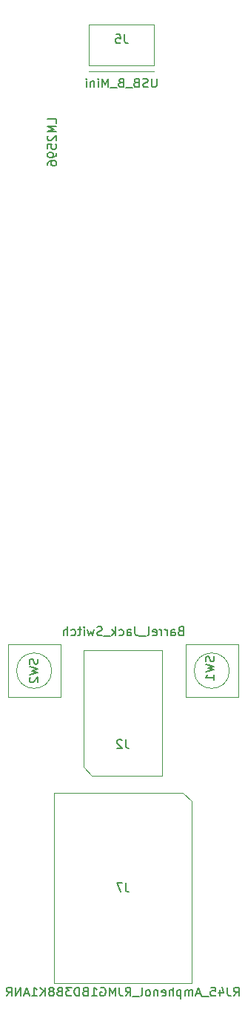
<source format=gbr>
%TF.GenerationSoftware,KiCad,Pcbnew,6.0.6-3a73a75311~116~ubuntu20.04.1*%
%TF.CreationDate,2022-07-20T09:27:06+02:00*%
%TF.ProjectId,MCH-light,4d43482d-6c69-4676-9874-2e6b69636164,rev?*%
%TF.SameCoordinates,Original*%
%TF.FileFunction,AssemblyDrawing,Bot*%
%FSLAX46Y46*%
G04 Gerber Fmt 4.6, Leading zero omitted, Abs format (unit mm)*
G04 Created by KiCad (PCBNEW 6.0.6-3a73a75311~116~ubuntu20.04.1) date 2022-07-20 09:27:06*
%MOMM*%
%LPD*%
G01*
G04 APERTURE LIST*
%ADD10C,0.150000*%
%ADD11C,0.100000*%
G04 APERTURE END LIST*
D10*
%TO.C,J7*%
X142645476Y-130682380D02*
X142978809Y-130206190D01*
X143216904Y-130682380D02*
X143216904Y-129682380D01*
X142835952Y-129682380D01*
X142740714Y-129730000D01*
X142693095Y-129777619D01*
X142645476Y-129872857D01*
X142645476Y-130015714D01*
X142693095Y-130110952D01*
X142740714Y-130158571D01*
X142835952Y-130206190D01*
X143216904Y-130206190D01*
X141931190Y-129682380D02*
X141931190Y-130396666D01*
X141978809Y-130539523D01*
X142074047Y-130634761D01*
X142216904Y-130682380D01*
X142312142Y-130682380D01*
X141026428Y-130015714D02*
X141026428Y-130682380D01*
X141264523Y-129634761D02*
X141502619Y-130349047D01*
X140883571Y-130349047D01*
X140026428Y-129682380D02*
X140502619Y-129682380D01*
X140550238Y-130158571D01*
X140502619Y-130110952D01*
X140407380Y-130063333D01*
X140169285Y-130063333D01*
X140074047Y-130110952D01*
X140026428Y-130158571D01*
X139978809Y-130253809D01*
X139978809Y-130491904D01*
X140026428Y-130587142D01*
X140074047Y-130634761D01*
X140169285Y-130682380D01*
X140407380Y-130682380D01*
X140502619Y-130634761D01*
X140550238Y-130587142D01*
X139788333Y-130777619D02*
X139026428Y-130777619D01*
X138835952Y-130396666D02*
X138359761Y-130396666D01*
X138931190Y-130682380D02*
X138597857Y-129682380D01*
X138264523Y-130682380D01*
X137931190Y-130682380D02*
X137931190Y-130015714D01*
X137931190Y-130110952D02*
X137883571Y-130063333D01*
X137788333Y-130015714D01*
X137645476Y-130015714D01*
X137550238Y-130063333D01*
X137502619Y-130158571D01*
X137502619Y-130682380D01*
X137502619Y-130158571D02*
X137455000Y-130063333D01*
X137359761Y-130015714D01*
X137216904Y-130015714D01*
X137121666Y-130063333D01*
X137074047Y-130158571D01*
X137074047Y-130682380D01*
X136597857Y-130015714D02*
X136597857Y-131015714D01*
X136597857Y-130063333D02*
X136502619Y-130015714D01*
X136312142Y-130015714D01*
X136216904Y-130063333D01*
X136169285Y-130110952D01*
X136121666Y-130206190D01*
X136121666Y-130491904D01*
X136169285Y-130587142D01*
X136216904Y-130634761D01*
X136312142Y-130682380D01*
X136502619Y-130682380D01*
X136597857Y-130634761D01*
X135693095Y-130682380D02*
X135693095Y-129682380D01*
X135264523Y-130682380D02*
X135264523Y-130158571D01*
X135312142Y-130063333D01*
X135407380Y-130015714D01*
X135550238Y-130015714D01*
X135645476Y-130063333D01*
X135693095Y-130110952D01*
X134407380Y-130634761D02*
X134502619Y-130682380D01*
X134693095Y-130682380D01*
X134788333Y-130634761D01*
X134835952Y-130539523D01*
X134835952Y-130158571D01*
X134788333Y-130063333D01*
X134693095Y-130015714D01*
X134502619Y-130015714D01*
X134407380Y-130063333D01*
X134359761Y-130158571D01*
X134359761Y-130253809D01*
X134835952Y-130349047D01*
X133931190Y-130015714D02*
X133931190Y-130682380D01*
X133931190Y-130110952D02*
X133883571Y-130063333D01*
X133788333Y-130015714D01*
X133645476Y-130015714D01*
X133550238Y-130063333D01*
X133502619Y-130158571D01*
X133502619Y-130682380D01*
X132883571Y-130682380D02*
X132978809Y-130634761D01*
X133026428Y-130587142D01*
X133074047Y-130491904D01*
X133074047Y-130206190D01*
X133026428Y-130110952D01*
X132978809Y-130063333D01*
X132883571Y-130015714D01*
X132740714Y-130015714D01*
X132645476Y-130063333D01*
X132597857Y-130110952D01*
X132550238Y-130206190D01*
X132550238Y-130491904D01*
X132597857Y-130587142D01*
X132645476Y-130634761D01*
X132740714Y-130682380D01*
X132883571Y-130682380D01*
X131978809Y-130682380D02*
X132074047Y-130634761D01*
X132121666Y-130539523D01*
X132121666Y-129682380D01*
X131835952Y-130777619D02*
X131074047Y-130777619D01*
X130264523Y-130682380D02*
X130597857Y-130206190D01*
X130835952Y-130682380D02*
X130835952Y-129682380D01*
X130455000Y-129682380D01*
X130359761Y-129730000D01*
X130312142Y-129777619D01*
X130264523Y-129872857D01*
X130264523Y-130015714D01*
X130312142Y-130110952D01*
X130359761Y-130158571D01*
X130455000Y-130206190D01*
X130835952Y-130206190D01*
X129550238Y-129682380D02*
X129550238Y-130396666D01*
X129597857Y-130539523D01*
X129693095Y-130634761D01*
X129835952Y-130682380D01*
X129931190Y-130682380D01*
X129074047Y-130682380D02*
X129074047Y-129682380D01*
X128740714Y-130396666D01*
X128407380Y-129682380D01*
X128407380Y-130682380D01*
X127407380Y-129730000D02*
X127502619Y-129682380D01*
X127645476Y-129682380D01*
X127788333Y-129730000D01*
X127883571Y-129825238D01*
X127931190Y-129920476D01*
X127978809Y-130110952D01*
X127978809Y-130253809D01*
X127931190Y-130444285D01*
X127883571Y-130539523D01*
X127788333Y-130634761D01*
X127645476Y-130682380D01*
X127550238Y-130682380D01*
X127407380Y-130634761D01*
X127359761Y-130587142D01*
X127359761Y-130253809D01*
X127550238Y-130253809D01*
X126407380Y-130682380D02*
X126978809Y-130682380D01*
X126693095Y-130682380D02*
X126693095Y-129682380D01*
X126788333Y-129825238D01*
X126883571Y-129920476D01*
X126978809Y-129968095D01*
X125645476Y-130158571D02*
X125502619Y-130206190D01*
X125455000Y-130253809D01*
X125407380Y-130349047D01*
X125407380Y-130491904D01*
X125455000Y-130587142D01*
X125502619Y-130634761D01*
X125597857Y-130682380D01*
X125978809Y-130682380D01*
X125978809Y-129682380D01*
X125645476Y-129682380D01*
X125550238Y-129730000D01*
X125502619Y-129777619D01*
X125455000Y-129872857D01*
X125455000Y-129968095D01*
X125502619Y-130063333D01*
X125550238Y-130110952D01*
X125645476Y-130158571D01*
X125978809Y-130158571D01*
X124978809Y-130682380D02*
X124978809Y-129682380D01*
X124740714Y-129682380D01*
X124597857Y-129730000D01*
X124502619Y-129825238D01*
X124455000Y-129920476D01*
X124407380Y-130110952D01*
X124407380Y-130253809D01*
X124455000Y-130444285D01*
X124502619Y-130539523D01*
X124597857Y-130634761D01*
X124740714Y-130682380D01*
X124978809Y-130682380D01*
X124074047Y-129682380D02*
X123455000Y-129682380D01*
X123788333Y-130063333D01*
X123645476Y-130063333D01*
X123550238Y-130110952D01*
X123502619Y-130158571D01*
X123455000Y-130253809D01*
X123455000Y-130491904D01*
X123502619Y-130587142D01*
X123550238Y-130634761D01*
X123645476Y-130682380D01*
X123931190Y-130682380D01*
X124026428Y-130634761D01*
X124074047Y-130587142D01*
X122693095Y-130158571D02*
X122550238Y-130206190D01*
X122502619Y-130253809D01*
X122455000Y-130349047D01*
X122455000Y-130491904D01*
X122502619Y-130587142D01*
X122550238Y-130634761D01*
X122645476Y-130682380D01*
X123026428Y-130682380D01*
X123026428Y-129682380D01*
X122693095Y-129682380D01*
X122597857Y-129730000D01*
X122550238Y-129777619D01*
X122502619Y-129872857D01*
X122502619Y-129968095D01*
X122550238Y-130063333D01*
X122597857Y-130110952D01*
X122693095Y-130158571D01*
X123026428Y-130158571D01*
X121883571Y-130110952D02*
X121978809Y-130063333D01*
X122026428Y-130015714D01*
X122074047Y-129920476D01*
X122074047Y-129872857D01*
X122026428Y-129777619D01*
X121978809Y-129730000D01*
X121883571Y-129682380D01*
X121693095Y-129682380D01*
X121597857Y-129730000D01*
X121550238Y-129777619D01*
X121502619Y-129872857D01*
X121502619Y-129920476D01*
X121550238Y-130015714D01*
X121597857Y-130063333D01*
X121693095Y-130110952D01*
X121883571Y-130110952D01*
X121978809Y-130158571D01*
X122026428Y-130206190D01*
X122074047Y-130301428D01*
X122074047Y-130491904D01*
X122026428Y-130587142D01*
X121978809Y-130634761D01*
X121883571Y-130682380D01*
X121693095Y-130682380D01*
X121597857Y-130634761D01*
X121550238Y-130587142D01*
X121502619Y-130491904D01*
X121502619Y-130301428D01*
X121550238Y-130206190D01*
X121597857Y-130158571D01*
X121693095Y-130110952D01*
X121074047Y-130682380D02*
X121074047Y-129682380D01*
X120502619Y-130682380D02*
X120931190Y-130110952D01*
X120502619Y-129682380D02*
X121074047Y-130253809D01*
X119550238Y-130682380D02*
X120121666Y-130682380D01*
X119835952Y-130682380D02*
X119835952Y-129682380D01*
X119931190Y-129825238D01*
X120026428Y-129920476D01*
X120121666Y-129968095D01*
X119169285Y-130396666D02*
X118693095Y-130396666D01*
X119264523Y-130682380D02*
X118931190Y-129682380D01*
X118597857Y-130682380D01*
X118264523Y-130682380D02*
X118264523Y-129682380D01*
X117693095Y-130682380D01*
X117693095Y-129682380D01*
X116645476Y-130682380D02*
X116978809Y-130206190D01*
X117216904Y-130682380D02*
X117216904Y-129682380D01*
X116835952Y-129682380D01*
X116740714Y-129730000D01*
X116693095Y-129777619D01*
X116645476Y-129872857D01*
X116645476Y-130015714D01*
X116693095Y-130110952D01*
X116740714Y-130158571D01*
X116835952Y-130206190D01*
X117216904Y-130206190D01*
X130288333Y-117822380D02*
X130288333Y-118536666D01*
X130335952Y-118679523D01*
X130431190Y-118774761D01*
X130574047Y-118822380D01*
X130669285Y-118822380D01*
X129907380Y-117822380D02*
X129240714Y-117822380D01*
X129669285Y-118822380D01*
%TO.C,J2*%
X136571809Y-89082571D02*
X136428952Y-89130190D01*
X136381333Y-89177809D01*
X136333714Y-89273047D01*
X136333714Y-89415904D01*
X136381333Y-89511142D01*
X136428952Y-89558761D01*
X136524190Y-89606380D01*
X136905142Y-89606380D01*
X136905142Y-88606380D01*
X136571809Y-88606380D01*
X136476571Y-88654000D01*
X136428952Y-88701619D01*
X136381333Y-88796857D01*
X136381333Y-88892095D01*
X136428952Y-88987333D01*
X136476571Y-89034952D01*
X136571809Y-89082571D01*
X136905142Y-89082571D01*
X135476571Y-89606380D02*
X135476571Y-89082571D01*
X135524190Y-88987333D01*
X135619428Y-88939714D01*
X135809904Y-88939714D01*
X135905142Y-88987333D01*
X135476571Y-89558761D02*
X135571809Y-89606380D01*
X135809904Y-89606380D01*
X135905142Y-89558761D01*
X135952761Y-89463523D01*
X135952761Y-89368285D01*
X135905142Y-89273047D01*
X135809904Y-89225428D01*
X135571809Y-89225428D01*
X135476571Y-89177809D01*
X135000380Y-89606380D02*
X135000380Y-88939714D01*
X135000380Y-89130190D02*
X134952761Y-89034952D01*
X134905142Y-88987333D01*
X134809904Y-88939714D01*
X134714666Y-88939714D01*
X134381333Y-89606380D02*
X134381333Y-88939714D01*
X134381333Y-89130190D02*
X134333714Y-89034952D01*
X134286095Y-88987333D01*
X134190857Y-88939714D01*
X134095619Y-88939714D01*
X133381333Y-89558761D02*
X133476571Y-89606380D01*
X133667047Y-89606380D01*
X133762285Y-89558761D01*
X133809904Y-89463523D01*
X133809904Y-89082571D01*
X133762285Y-88987333D01*
X133667047Y-88939714D01*
X133476571Y-88939714D01*
X133381333Y-88987333D01*
X133333714Y-89082571D01*
X133333714Y-89177809D01*
X133809904Y-89273047D01*
X132762285Y-89606380D02*
X132857523Y-89558761D01*
X132905142Y-89463523D01*
X132905142Y-88606380D01*
X132619428Y-89701619D02*
X131857523Y-89701619D01*
X131333714Y-88606380D02*
X131333714Y-89320666D01*
X131381333Y-89463523D01*
X131476571Y-89558761D01*
X131619428Y-89606380D01*
X131714666Y-89606380D01*
X130428952Y-89606380D02*
X130428952Y-89082571D01*
X130476571Y-88987333D01*
X130571809Y-88939714D01*
X130762285Y-88939714D01*
X130857523Y-88987333D01*
X130428952Y-89558761D02*
X130524190Y-89606380D01*
X130762285Y-89606380D01*
X130857523Y-89558761D01*
X130905142Y-89463523D01*
X130905142Y-89368285D01*
X130857523Y-89273047D01*
X130762285Y-89225428D01*
X130524190Y-89225428D01*
X130428952Y-89177809D01*
X129524190Y-89558761D02*
X129619428Y-89606380D01*
X129809904Y-89606380D01*
X129905142Y-89558761D01*
X129952761Y-89511142D01*
X130000380Y-89415904D01*
X130000380Y-89130190D01*
X129952761Y-89034952D01*
X129905142Y-88987333D01*
X129809904Y-88939714D01*
X129619428Y-88939714D01*
X129524190Y-88987333D01*
X129095619Y-89606380D02*
X129095619Y-88606380D01*
X129000380Y-89225428D02*
X128714666Y-89606380D01*
X128714666Y-88939714D02*
X129095619Y-89320666D01*
X128524190Y-89701619D02*
X127762285Y-89701619D01*
X127571809Y-89558761D02*
X127428952Y-89606380D01*
X127190857Y-89606380D01*
X127095619Y-89558761D01*
X127048000Y-89511142D01*
X127000380Y-89415904D01*
X127000380Y-89320666D01*
X127048000Y-89225428D01*
X127095619Y-89177809D01*
X127190857Y-89130190D01*
X127381333Y-89082571D01*
X127476571Y-89034952D01*
X127524190Y-88987333D01*
X127571809Y-88892095D01*
X127571809Y-88796857D01*
X127524190Y-88701619D01*
X127476571Y-88654000D01*
X127381333Y-88606380D01*
X127143238Y-88606380D01*
X127000380Y-88654000D01*
X126667047Y-88939714D02*
X126476571Y-89606380D01*
X126286095Y-89130190D01*
X126095619Y-89606380D01*
X125905142Y-88939714D01*
X125524190Y-89606380D02*
X125524190Y-88939714D01*
X125524190Y-88606380D02*
X125571809Y-88654000D01*
X125524190Y-88701619D01*
X125476571Y-88654000D01*
X125524190Y-88606380D01*
X125524190Y-88701619D01*
X125190857Y-88939714D02*
X124809904Y-88939714D01*
X125048000Y-88606380D02*
X125048000Y-89463523D01*
X125000380Y-89558761D01*
X124905142Y-89606380D01*
X124809904Y-89606380D01*
X124048000Y-89558761D02*
X124143238Y-89606380D01*
X124333714Y-89606380D01*
X124428952Y-89558761D01*
X124476571Y-89511142D01*
X124524190Y-89415904D01*
X124524190Y-89130190D01*
X124476571Y-89034952D01*
X124428952Y-88987333D01*
X124333714Y-88939714D01*
X124143238Y-88939714D01*
X124048000Y-88987333D01*
X123619428Y-89606380D02*
X123619428Y-88606380D01*
X123190857Y-89606380D02*
X123190857Y-89082571D01*
X123238476Y-88987333D01*
X123333714Y-88939714D01*
X123476571Y-88939714D01*
X123571809Y-88987333D01*
X123619428Y-89034952D01*
X130269333Y-101443397D02*
X130269333Y-102157683D01*
X130316952Y-102300540D01*
X130412190Y-102395778D01*
X130555047Y-102443397D01*
X130650285Y-102443397D01*
X129840761Y-101538636D02*
X129793142Y-101491017D01*
X129697904Y-101443397D01*
X129459809Y-101443397D01*
X129364571Y-101491017D01*
X129316952Y-101538636D01*
X129269333Y-101633874D01*
X129269333Y-101729112D01*
X129316952Y-101871969D01*
X129888380Y-102443397D01*
X129269333Y-102443397D01*
%TO.C,U6*%
X122348380Y-31225333D02*
X122348380Y-30749142D01*
X121348380Y-30749142D01*
X122348380Y-31558666D02*
X121348380Y-31558666D01*
X122062666Y-31892000D01*
X121348380Y-32225333D01*
X122348380Y-32225333D01*
X121443619Y-32653904D02*
X121396000Y-32701523D01*
X121348380Y-32796761D01*
X121348380Y-33034857D01*
X121396000Y-33130095D01*
X121443619Y-33177714D01*
X121538857Y-33225333D01*
X121634095Y-33225333D01*
X121776952Y-33177714D01*
X122348380Y-32606285D01*
X122348380Y-33225333D01*
X121348380Y-34130095D02*
X121348380Y-33653904D01*
X121824571Y-33606285D01*
X121776952Y-33653904D01*
X121729333Y-33749142D01*
X121729333Y-33987238D01*
X121776952Y-34082476D01*
X121824571Y-34130095D01*
X121919809Y-34177714D01*
X122157904Y-34177714D01*
X122253142Y-34130095D01*
X122300761Y-34082476D01*
X122348380Y-33987238D01*
X122348380Y-33749142D01*
X122300761Y-33653904D01*
X122253142Y-33606285D01*
X122348380Y-34653904D02*
X122348380Y-34844380D01*
X122300761Y-34939619D01*
X122253142Y-34987238D01*
X122110285Y-35082476D01*
X121919809Y-35130095D01*
X121538857Y-35130095D01*
X121443619Y-35082476D01*
X121396000Y-35034857D01*
X121348380Y-34939619D01*
X121348380Y-34749142D01*
X121396000Y-34653904D01*
X121443619Y-34606285D01*
X121538857Y-34558666D01*
X121776952Y-34558666D01*
X121872190Y-34606285D01*
X121919809Y-34653904D01*
X121967428Y-34749142D01*
X121967428Y-34939619D01*
X121919809Y-35034857D01*
X121872190Y-35082476D01*
X121776952Y-35130095D01*
X121348380Y-35987238D02*
X121348380Y-35796761D01*
X121396000Y-35701523D01*
X121443619Y-35653904D01*
X121586476Y-35558666D01*
X121776952Y-35511047D01*
X122157904Y-35511047D01*
X122253142Y-35558666D01*
X122300761Y-35606285D01*
X122348380Y-35701523D01*
X122348380Y-35892000D01*
X122300761Y-35987238D01*
X122253142Y-36034857D01*
X122157904Y-36082476D01*
X121919809Y-36082476D01*
X121824571Y-36034857D01*
X121776952Y-35987238D01*
X121729333Y-35892000D01*
X121729333Y-35701523D01*
X121776952Y-35606285D01*
X121824571Y-35558666D01*
X121919809Y-35511047D01*
%TO.C,SW1*%
X140358761Y-91993683D02*
X140406380Y-92136540D01*
X140406380Y-92374636D01*
X140358761Y-92469874D01*
X140311142Y-92517493D01*
X140215904Y-92565112D01*
X140120666Y-92565112D01*
X140025428Y-92517493D01*
X139977809Y-92469874D01*
X139930190Y-92374636D01*
X139882571Y-92184159D01*
X139834952Y-92088921D01*
X139787333Y-92041302D01*
X139692095Y-91993683D01*
X139596857Y-91993683D01*
X139501619Y-92041302D01*
X139454000Y-92088921D01*
X139406380Y-92184159D01*
X139406380Y-92422255D01*
X139454000Y-92565112D01*
X139406380Y-92898445D02*
X140406380Y-93136540D01*
X139692095Y-93327017D01*
X140406380Y-93517493D01*
X139406380Y-93755588D01*
X140406380Y-94660350D02*
X140406380Y-94088921D01*
X140406380Y-94374636D02*
X139406380Y-94374636D01*
X139549238Y-94279397D01*
X139644476Y-94184159D01*
X139692095Y-94088921D01*
%TO.C,SW2*%
X120208761Y-92279683D02*
X120256380Y-92422540D01*
X120256380Y-92660636D01*
X120208761Y-92755874D01*
X120161142Y-92803493D01*
X120065904Y-92851112D01*
X119970666Y-92851112D01*
X119875428Y-92803493D01*
X119827809Y-92755874D01*
X119780190Y-92660636D01*
X119732571Y-92470159D01*
X119684952Y-92374921D01*
X119637333Y-92327302D01*
X119542095Y-92279683D01*
X119446857Y-92279683D01*
X119351619Y-92327302D01*
X119304000Y-92374921D01*
X119256380Y-92470159D01*
X119256380Y-92708255D01*
X119304000Y-92851112D01*
X119256380Y-93184445D02*
X120256380Y-93422540D01*
X119542095Y-93613017D01*
X120256380Y-93803493D01*
X119256380Y-94041588D01*
X119351619Y-94374921D02*
X119304000Y-94422540D01*
X119256380Y-94517778D01*
X119256380Y-94755874D01*
X119304000Y-94851112D01*
X119351619Y-94898731D01*
X119446857Y-94946350D01*
X119542095Y-94946350D01*
X119684952Y-94898731D01*
X120256380Y-94327302D01*
X120256380Y-94946350D01*
%TO.C,J5*%
X133817809Y-26133397D02*
X133817809Y-26942921D01*
X133770190Y-27038159D01*
X133722571Y-27085778D01*
X133627333Y-27133397D01*
X133436857Y-27133397D01*
X133341619Y-27085778D01*
X133294000Y-27038159D01*
X133246380Y-26942921D01*
X133246380Y-26133397D01*
X132817809Y-27085778D02*
X132674952Y-27133397D01*
X132436857Y-27133397D01*
X132341619Y-27085778D01*
X132294000Y-27038159D01*
X132246380Y-26942921D01*
X132246380Y-26847683D01*
X132294000Y-26752445D01*
X132341619Y-26704826D01*
X132436857Y-26657207D01*
X132627333Y-26609588D01*
X132722571Y-26561969D01*
X132770190Y-26514350D01*
X132817809Y-26419112D01*
X132817809Y-26323874D01*
X132770190Y-26228636D01*
X132722571Y-26181017D01*
X132627333Y-26133397D01*
X132389238Y-26133397D01*
X132246380Y-26181017D01*
X131484476Y-26609588D02*
X131341619Y-26657207D01*
X131294000Y-26704826D01*
X131246380Y-26800064D01*
X131246380Y-26942921D01*
X131294000Y-27038159D01*
X131341619Y-27085778D01*
X131436857Y-27133397D01*
X131817809Y-27133397D01*
X131817809Y-26133397D01*
X131484476Y-26133397D01*
X131389238Y-26181017D01*
X131341619Y-26228636D01*
X131294000Y-26323874D01*
X131294000Y-26419112D01*
X131341619Y-26514350D01*
X131389238Y-26561969D01*
X131484476Y-26609588D01*
X131817809Y-26609588D01*
X131055904Y-27228636D02*
X130294000Y-27228636D01*
X129722571Y-26609588D02*
X129579714Y-26657207D01*
X129532095Y-26704826D01*
X129484476Y-26800064D01*
X129484476Y-26942921D01*
X129532095Y-27038159D01*
X129579714Y-27085778D01*
X129674952Y-27133397D01*
X130055904Y-27133397D01*
X130055904Y-26133397D01*
X129722571Y-26133397D01*
X129627333Y-26181017D01*
X129579714Y-26228636D01*
X129532095Y-26323874D01*
X129532095Y-26419112D01*
X129579714Y-26514350D01*
X129627333Y-26561969D01*
X129722571Y-26609588D01*
X130055904Y-26609588D01*
X129294000Y-27228636D02*
X128532095Y-27228636D01*
X128294000Y-27133397D02*
X128294000Y-26133397D01*
X127960666Y-26847683D01*
X127627333Y-26133397D01*
X127627333Y-27133397D01*
X127151142Y-27133397D02*
X127151142Y-26466731D01*
X127151142Y-26133397D02*
X127198761Y-26181017D01*
X127151142Y-26228636D01*
X127103523Y-26181017D01*
X127151142Y-26133397D01*
X127151142Y-26228636D01*
X126674952Y-26466731D02*
X126674952Y-27133397D01*
X126674952Y-26561969D02*
X126627333Y-26514350D01*
X126532095Y-26466731D01*
X126389238Y-26466731D01*
X126294000Y-26514350D01*
X126246380Y-26609588D01*
X126246380Y-27133397D01*
X125770190Y-27133397D02*
X125770190Y-26466731D01*
X125770190Y-26133397D02*
X125817809Y-26181017D01*
X125770190Y-26228636D01*
X125722571Y-26181017D01*
X125770190Y-26133397D01*
X125770190Y-26228636D01*
X130127333Y-21133397D02*
X130127333Y-21847683D01*
X130174952Y-21990540D01*
X130270190Y-22085778D01*
X130413047Y-22133397D01*
X130508285Y-22133397D01*
X129174952Y-21133397D02*
X129651142Y-21133397D01*
X129698761Y-21609588D01*
X129651142Y-21561969D01*
X129555904Y-21514350D01*
X129317809Y-21514350D01*
X129222571Y-21561969D01*
X129174952Y-21609588D01*
X129127333Y-21704826D01*
X129127333Y-21942921D01*
X129174952Y-22038159D01*
X129222571Y-22085778D01*
X129317809Y-22133397D01*
X129555904Y-22133397D01*
X129651142Y-22085778D01*
X129698761Y-22038159D01*
D11*
%TO.C,J7*%
X137830000Y-129230000D02*
X137830000Y-108510000D01*
X136830000Y-107510000D02*
X122080000Y-107510000D01*
X137830000Y-108510000D02*
X136830000Y-107510000D01*
X122080000Y-129230000D02*
X137830000Y-129230000D01*
X122080000Y-107510000D02*
X122080000Y-129230000D01*
%TO.C,J2*%
X134436000Y-105591017D02*
X134436000Y-91291017D01*
X134436000Y-105591017D02*
X126436000Y-105591017D01*
X134436000Y-91291017D02*
X125436000Y-91291017D01*
X125436000Y-91291017D02*
X125436000Y-104591017D01*
X125436000Y-104591017D02*
X126436000Y-105591017D01*
%TO.C,SW1*%
X137124000Y-90613017D02*
X137124000Y-96613017D01*
X143124000Y-96613017D02*
X143124000Y-93613017D01*
X137124000Y-96613017D02*
X143124000Y-96613017D01*
X143124000Y-93613017D02*
X143124000Y-90613017D01*
X143124000Y-90613017D02*
X137124000Y-90613017D01*
X142139564Y-93613017D02*
G75*
G03*
X142139564Y-93613017I-2015564J0D01*
G01*
%TO.C,SW2*%
X122804000Y-90613017D02*
X116804000Y-90613017D01*
X122804000Y-93613017D02*
X122804000Y-90613017D01*
X122804000Y-96613017D02*
X122804000Y-93613017D01*
X116804000Y-90613017D02*
X116804000Y-96613017D01*
X116804000Y-96613017D02*
X122804000Y-96613017D01*
X121819564Y-93613017D02*
G75*
G03*
X121819564Y-93613017I-2015564J0D01*
G01*
%TO.C,J5*%
X133544000Y-20031017D02*
X126044000Y-20031017D01*
X133544000Y-25331017D02*
X126044000Y-25331017D01*
X126044000Y-20031017D02*
X126044000Y-24631017D01*
X133544000Y-24631017D02*
X126044000Y-24631017D01*
X133544000Y-20031017D02*
X133544000Y-24631017D01*
%TD*%
M02*

</source>
